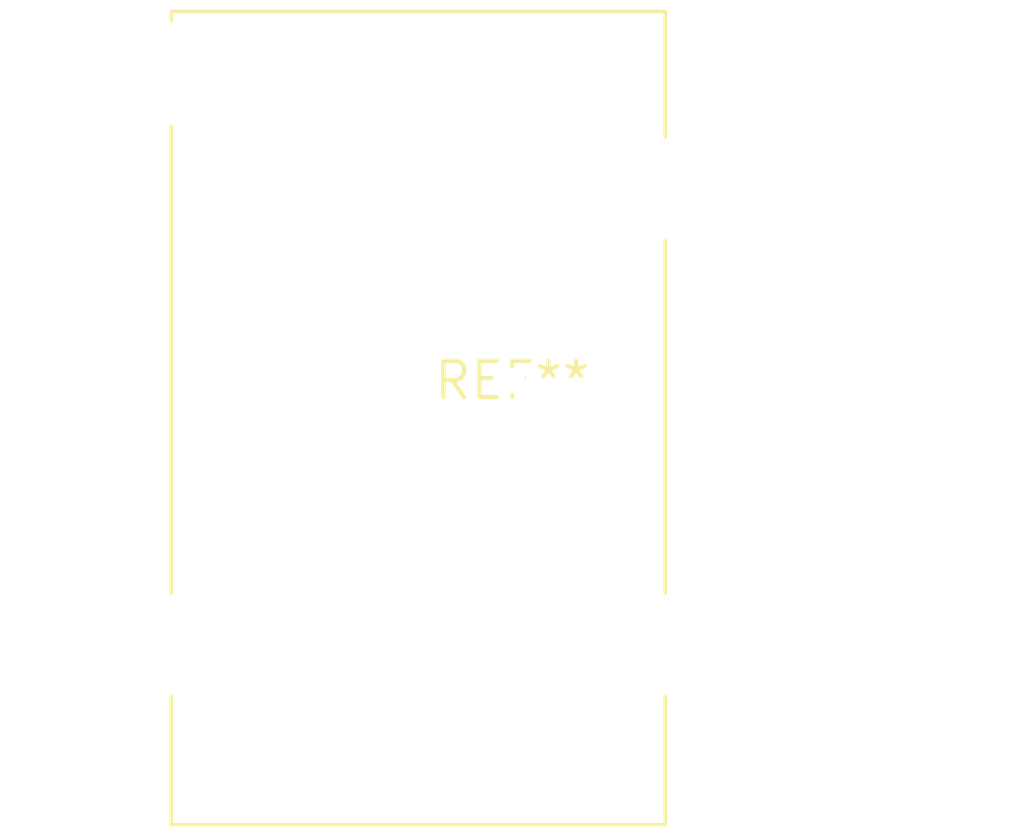
<source format=kicad_pcb>
(kicad_pcb (version 20240108) (generator pcbnew)
  (layers (0 "F.Cu" signal) (31 "B.Cu" signal) (34 "B.Paste" user) (35 "F.Paste" user) (36 "B.SilkS" user "B.Silkscreen") (37 "F.SilkS" user "F.Silkscreen") (38 "B.Mask" user) (39 "F.Mask" user) (44 "Edge.Cuts" user))
  (net 0 "")
  (footprint "RJ45_Wuerth_7499151120_Horizontal" (layer "F.Cu") (at 0 0)
    (property "Reference" "REF**")
    (property "Value" "RJ45_Wuerth_7499151120_Horizontal")
    (fp_line (start -11.965 -12.95) (end -11.965 -12.63) (layer "F.SilkS") (stroke (width 0.12)))
    (fp_line (start -11.965 -12.95) (end 5.365 -12.95) (layer "F.SilkS") (stroke (width 0.12)))
    (fp_line (start -11.965 -8.93) (end -11.965 7.47) (layer "F.SilkS") (stroke (width 0.12)))
    (fp_line (start -11.965 15.59) (end -11.965 11.07) (layer "F.SilkS") (stroke (width 0.12)))
    (fp_line (start 5.365 -12.95) (end 5.365 -8.53) (layer "F.SilkS") (stroke (width 0.12)))
    (fp_line (start 5.365 7.47) (end 5.365 -4.93) (layer "F.SilkS") (stroke (width 0.12)))
    (fp_line (start 5.365 15.59) (end -11.965 15.59) (layer "F.SilkS") (stroke (width 0.12)))
    (fp_line (start 5.365 15.59) (end 5.365 11.07) (layer "F.SilkS") (stroke (width 0.12)))
    (pad "" np_thru_hole circle (at -9.015 4.7) (size 3.25 3.25) (drill 3.25) (layers *.Cu *.Mask))
    (pad "" np_thru_hole circle (at 2.415 4.7) (size 3.25 3.25) (drill 3.25) (layers *.Cu *.Mask))
    (pad "1D" thru_hole circle (at -6.6 0) (size 1.5 1.5) (drill 0.9) (layers *.Cu *.Mask) (remove_unused_layers))
    (pad "1U" thru_hole circle (at 0 0) (size 1.5 1.5) (drill 0.9) (layers *.Cu *.Mask) (remove_unused_layers))
    (pad "2D" thru_hole circle (at -5.33 -1.27) (size 1.5 1.5) (drill 0.9) (layers *.Cu *.Mask) (remove_unused_layers))
    (pad "2U" thru_hole circle (at -1.27 -1.27) (size 1.5 1.5) (drill 0.9) (layers *.Cu *.Mask) (remove_unused_layers))
    (pad "3D" thru_hole circle (at -6.6 -2.54) (size 1.5 1.5) (drill 0.9) (layers *.Cu *.Mask) (remove_unused_layers))
    (pad "3U" thru_hole circle (at 0 -2.54) (size 1.5 1.5) (drill 0.9) (layers *.Cu *.Mask) (remove_unused_layers))
    (pad "4D" thru_hole circle (at -5.33 -3.81) (size 1.5 1.5) (drill 0.9) (layers *.Cu *.Mask) (remove_unused_layers))
    (pad "4U" thru_hole circle (at -1.27 -3.81) (size 1.5 1.5) (drill 0.9) (layers *.Cu *.Mask) (remove_unused_layers))
    (pad "5D" thru_hole circle (at -6.6 -5.08) (size 1.5 1.5) (drill 0.9) (layers *.Cu *.Mask) (remove_unused_layers))
    (pad "5U" thru_hole circle (at 0 -5.08) (size 1.5 1.5) (drill 0.9) (layers *.Cu *.Mask) (remove_unused_layers))
    (pad "6D" thru_hole circle (at -5.33 -6.35) (size 1.5 1.5) (drill 0.9) (layers *.Cu *.Mask) (remove_unused_layers))
    (pad "6U" thru_hole circle (at -1.27 -6.35) (size 1.5 1.5) (drill 0.9) (layers *.Cu *.Mask) (remove_unused_layers))
    (pad "7D" thru_hole circle (at -6.6 -7.62) (size 1.5 1.5) (drill 0.9) (layers *.Cu *.Mask) (remove_unused_layers))
    (pad "7U" thru_hole circle (at 0 -7.62) (size 1.5 1.5) (drill 0.9) (layers *.Cu *.Mask) (remove_unused_layers))
    (pad "8D" thru_hole circle (at -5.33 -8.89) (size 1.5 1.5) (drill 0.9) (layers *.Cu *.Mask) (remove_unused_layers))
    (pad "8U" thru_hole circle (at -1.27 -8.89) (size 1.5 1.5) (drill 0.9) (layers *.Cu *.Mask) (remove_unused_layers))
    (pad "9D" thru_hole circle (at -6.6 -10.16) (size 1.5 1.5) (drill 0.9) (layers *.Cu *.Mask) (remove_unused_layers))
    (pad "9U" thru_hole circle (at 0 -10.16) (size 1.5 1.5) (drill 0.9) (layers *.Cu *.Mask) (remove_unused_layers))
    (pad "10D" thru_hole circle (at -5.33 -11.43) (size 1.5 1.5) (drill 0.9) (layers *.Cu *.Mask) (remove_unused_layers))
    (pad "10U" thru_hole circle (at -1.27 -11.43) (size 1.5 1.5) (drill 0.9) (layers *.Cu *.Mask) (remove_unused_layers))
    (pad "11D" thru_hole circle (at -0.255 3.69) (size 1.5 1.5) (drill 0.9) (layers *.Cu *.Mask) (remove_unused_layers))
    (pad "11U" thru_hole circle (at -0.255 1.89) (size 1.5 1.5) (drill 0.9) (layers *.Cu *.Mask) (remove_unused_layers))
    (pad "12D" thru_hole circle (at -2.285 3.69) (size 1.5 1.5) (drill 0.9) (layers *.Cu *.Mask) (remove_unused_layers))
    (pad "12U" thru_hole circle (at -2.285 1.89) (size 1.5 1.5) (drill 0.9) (layers *.Cu *.Mask) (remove_unused_layers))
    (pad "13D" thru_hole circle (at -4.315 3.69) (size 1.5 1.5) (drill 0.9) (layers *.Cu *.Mask) (remove_unused_layers))
    (pad "13U" thru_hole circle (at -4.315 1.89) (size 1.5 1.5) (drill 0.9) (layers *.Cu *.Mask) (remove_unused_layers))
    (pad "14D" thru_hole circle (at -6.345 3.69) (size 1.5 1.5) (drill 0.9) (layers *.Cu *.Mask) (remove_unused_layers))
    (pad "14U" thru_hole circle (at -6.345 1.89) (size 1.5 1.5) (drill 0.9) (layers *.Cu *.Mask) (remove_unused_layers))
    (pad "SH" thru_hole circle (at -11.805 -10.79) (size 3 3) (drill 1.6) (layers *.Cu *.Mask) (remove_unused_layers))
    (pad "SH" thru_hole circle (at -11.805 9.27) (size 3 3) (drill 1.6) (layers *.Cu *.Mask) (remove_unused_layers))
    (pad "SH" thru_hole circle (at 5.205 -6.73) (size 3 3) (drill 1.6) (layers *.Cu *.Mask) (remove_unused_layers))
    (pad "SH" thru_hole circle (at 5.205 9.27) (size 3 3) (drill 1.6) (layers *.Cu *.Mask) (remove_unused_layers))
  )
)
</source>
